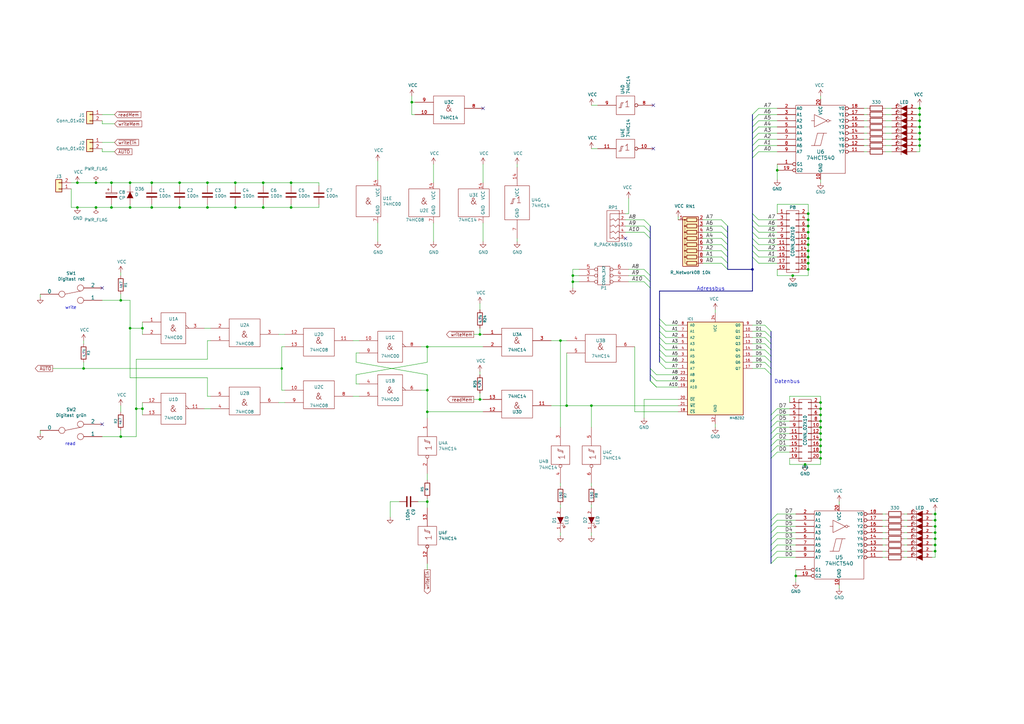
<source format=kicad_sch>
(kicad_sch (version 20230121) (generator eeschema)
  (paper "A3")
  (title_block (title "speichermodul") (date "13 sep 2016") (rev "2.0"))
  (junction (at 383.54 223.52))
  (junction (at 377.19 52.07))
  (junction (at 168.91 41.91))
  (junction (at 55.88 167.64))
  (junction (at 39.37 85.09))
  (junction (at 34.29 151.13))
  (junction (at 377.19 44.45))
  (junction (at 383.54 218.44))
  (junction (at 383.54 210.82))
  (junction (at 45.72 74.93))
  (junction (at 107.95 74.93))
  (junction (at 331.47 87.63))
  (junction (at 53.34 134.62))
  (junction (at 336.55 177.8))
  (junction (at 336.55 172.72))
  (junction (at 336.55 167.64))
  (junction (at 119.38 85.09))
  (junction (at 336.55 182.88))
  (junction (at 331.47 92.71))
  (junction (at 62.23 85.09))
  (junction (at 330.2 190.5))
  (junction (at 336.55 170.18))
  (junction (at 331.47 105.41))
  (junction (at 336.55 185.42))
  (junction (at 229.87 139.7))
  (junction (at 196.85 137.16))
  (junction (at 336.55 175.26))
  (junction (at 318.77 69.85))
  (junction (at 73.66 85.09))
  (junction (at 73.66 74.93))
  (junction (at 31.75 85.09))
  (junction (at 49.53 123.19))
  (junction (at 383.54 226.06))
  (junction (at 331.47 107.95))
  (junction (at 115.57 151.13))
  (junction (at 232.41 166.37))
  (junction (at 49.53 179.07))
  (junction (at 58.42 134.62))
  (junction (at 383.54 220.98))
  (junction (at 331.47 90.17))
  (junction (at 336.55 165.1))
  (junction (at 196.85 163.83))
  (junction (at 175.26 205.74))
  (junction (at 96.52 74.93))
  (junction (at 53.34 85.09))
  (junction (at 377.19 46.99))
  (junction (at 175.26 142.24))
  (junction (at 85.09 74.93))
  (junction (at 331.47 97.79))
  (junction (at 58.42 167.64))
  (junction (at 331.47 95.25))
  (junction (at 175.26 168.91))
  (junction (at 325.12 113.03))
  (junction (at 53.34 74.93))
  (junction (at 331.47 100.33))
  (junction (at 377.19 59.69))
  (junction (at 377.19 54.61))
  (junction (at 31.75 74.93))
  (junction (at 331.47 102.87))
  (junction (at 336.55 180.34))
  (junction (at 234.95 115.57))
  (junction (at 242.57 166.37))
  (junction (at 85.09 85.09))
  (junction (at 39.37 74.93))
  (junction (at 326.39 236.22))
  (junction (at 308.61 110.49))
  (junction (at 96.52 85.09))
  (junction (at 119.38 74.93))
  (junction (at 336.55 187.96))
  (junction (at 377.19 57.15))
  (junction (at 45.72 85.09))
  (junction (at 234.95 113.03))
  (junction (at 62.23 74.93))
  (junction (at 377.19 49.53))
  (junction (at 383.54 215.9))
  (junction (at 383.54 213.36))
  (junction (at 331.47 110.49))
  (junction (at 107.95 85.09))
  (junction (at 175.26 160.02))
  (no_connect (at 41.91 173.99))
  (no_connect (at 267.97 43.18))
  (no_connect (at 267.97 60.96))
  (no_connect (at 256.54 97.79))
  (no_connect (at 41.91 118.11))
  (no_connect (at 198.12 44.45))
  (bus_entry (at 308.61 90.17) (size 2.54 2.54))
  (bus_entry (at 318.77 226.06) (size -2.54 2.54))
  (bus_entry (at 295.91 102.87) (size 2.54 2.54))
  (bus_entry (at 270.51 143.51) (size 2.54 2.54))
  (bus_entry (at 318.77 210.82) (size -2.54 2.54))
  (bus_entry (at 270.51 138.43) (size 2.54 2.54))
  (bus_entry (at 308.61 95.25) (size 2.54 2.54))
  (bus_entry (at 318.77 185.42) (size -2.54 2.54))
  (bus_entry (at 313.69 143.51) (size 2.54 2.54))
  (bus_entry (at 270.51 140.97) (size 2.54 2.54))
  (bus_entry (at 313.69 133.35) (size 2.54 2.54))
  (bus_entry (at 313.69 148.59) (size 2.54 2.54))
  (bus_entry (at 270.51 133.35) (size 2.54 2.54))
  (bus_entry (at 313.69 146.05) (size 2.54 2.54))
  (bus_entry (at 270.51 146.05) (size 2.54 2.54))
  (bus_entry (at 266.7 151.13) (size 2.54 2.54))
  (bus_entry (at 295.91 92.71) (size 2.54 2.54))
  (bus_entry (at 313.69 138.43) (size 2.54 2.54))
  (bus_entry (at 318.77 215.9) (size -2.54 2.54))
  (bus_entry (at 313.69 140.97) (size 2.54 2.54))
  (bus_entry (at 295.91 100.33) (size 2.54 2.54))
  (bus_entry (at 270.51 135.89) (size 2.54 2.54))
  (bus_entry (at 266.7 156.21) (size 2.54 2.54))
  (bus_entry (at 264.16 95.25) (size 2.54 2.54))
  (bus_entry (at 318.77 177.8) (size -2.54 2.54))
  (bus_entry (at 318.77 172.72) (size -2.54 2.54))
  (bus_entry (at 311.15 54.61) (size -2.54 2.54))
  (bus_entry (at 308.61 92.71) (size 2.54 2.54))
  (bus_entry (at 318.77 170.18) (size -2.54 2.54))
  (bus_entry (at 311.15 57.15) (size -2.54 2.54))
  (bus_entry (at 308.61 102.87) (size 2.54 2.54))
  (bus_entry (at 270.51 130.81) (size 2.54 2.54))
  (bus_entry (at 318.77 213.36) (size -2.54 2.54))
  (bus_entry (at 311.15 62.23) (size -2.54 2.54))
  (bus_entry (at 264.16 113.03) (size 2.54 2.54))
  (bus_entry (at 295.91 105.41) (size 2.54 2.54))
  (bus_entry (at 308.61 97.79) (size 2.54 2.54))
  (bus_entry (at 318.77 220.98) (size -2.54 2.54))
  (bus_entry (at 295.91 95.25) (size 2.54 2.54))
  (bus_entry (at 318.77 182.88) (size -2.54 2.54))
  (bus_entry (at 318.77 180.34) (size -2.54 2.54))
  (bus_entry (at 318.77 228.6) (size -2.54 2.54))
  (bus_entry (at 313.69 151.13) (size 2.54 2.54))
  (bus_entry (at 311.15 59.69) (size -2.54 2.54))
  (bus_entry (at 318.77 218.44) (size -2.54 2.54))
  (bus_entry (at 311.15 44.45) (size -2.54 2.54))
  (bus_entry (at 311.15 46.99) (size -2.54 2.54))
  (bus_entry (at 308.61 100.33) (size 2.54 2.54))
  (bus_entry (at 308.61 87.63) (size 2.54 2.54))
  (bus_entry (at 266.7 156.21) (size 2.54 2.54))
  (bus_entry (at 264.16 92.71) (size 2.54 2.54))
  (bus_entry (at 264.16 90.17) (size 2.54 2.54))
  (bus_entry (at 318.77 167.64) (size -2.54 2.54))
  (bus_entry (at 264.16 110.49) (size 2.54 2.54))
  (bus_entry (at 311.15 52.07) (size -2.54 2.54))
  (bus_entry (at 313.69 135.89) (size 2.54 2.54))
  (bus_entry (at 266.7 153.67) (size 2.54 2.54))
  (bus_entry (at 295.91 90.17) (size 2.54 2.54))
  (bus_entry (at 318.77 175.26) (size -2.54 2.54))
  (bus_entry (at 295.91 107.95) (size 2.54 2.54))
  (bus_entry (at 295.91 97.79) (size 2.54 2.54))
  (bus_entry (at 270.51 148.59) (size 2.54 2.54))
  (bus_entry (at 308.61 105.41) (size 2.54 2.54))
  (bus_entry (at 311.15 49.53) (size -2.54 2.54))
  (bus_entry (at 264.16 115.57) (size 2.54 2.54))
  (bus_entry (at 318.77 223.52) (size -2.54 2.54))
  (wire (pts (xy 45.72 76.2) (xy 45.72 74.93)))
  (wire (pts (xy 115.57 142.24) (xy 115.57 151.13)))
  (wire (pts (xy 130.81 74.93) (xy 130.81 76.2)))
  (wire (pts (xy 146.05 144.78) (xy 147.32 144.78)))
  (wire (pts (xy 163.83 205.74) (xy 160.02 205.74)))
  (wire (pts (xy 41.91 50.8) (xy 41.91 49.53)))
  (wire (pts (xy 58.42 132.08) (xy 58.42 134.62)))
  (wire (pts (xy 308.61 133.35) (xy 313.69 133.35)))
  (wire (pts (xy 115.57 160.02) (xy 116.84 160.02)))
  (wire (pts (xy 116.84 142.24) (xy 115.57 142.24)))
  (wire (pts (xy 326.39 233.68) (xy 326.39 236.22)))
  (wire (pts (xy 242.57 218.44) (xy 242.57 219.71)))
  (bus (pts (xy 266.7 153.67) (xy 266.7 156.21)))
  (bus (pts (xy 298.45 92.71) (xy 298.45 95.25)))
  (wire (pts (xy 330.2 190.5) (xy 336.55 190.5)))
  (wire (pts (xy 264.16 92.71) (xy 256.54 92.71)))
  (wire (pts (xy 331.47 110.49) (xy 331.47 113.03)))
  (wire (pts (xy 318.77 44.45) (xy 311.15 44.45)))
  (bus (pts (xy 316.23 215.9) (xy 316.23 218.44)))
  (wire (pts (xy 264.16 95.25) (xy 256.54 95.25)))
  (wire (pts (xy 53.34 123.19) (xy 53.34 134.62)))
  (wire (pts (xy 107.95 83.82) (xy 107.95 85.09)))
  (wire (pts (xy 256.54 90.17) (xy 264.16 90.17)))
  (bus (pts (xy 316.23 180.34) (xy 316.23 182.88)))
  (wire (pts (xy 196.85 153.67) (xy 196.85 152.4)))
  (wire (pts (xy 175.26 205.74) (xy 171.45 205.74)))
  (wire (pts (xy 212.09 67.31) (xy 212.09 68.58)))
  (wire (pts (xy 62.23 74.93) (xy 73.66 74.93)))
  (wire (pts (xy 295.91 95.25) (xy 288.29 95.25)))
  (wire (pts (xy 107.95 85.09) (xy 119.38 85.09)))
  (wire (pts (xy 331.47 92.71) (xy 331.47 95.25)))
  (wire (pts (xy 130.81 83.82) (xy 130.81 85.09)))
  (wire (pts (xy 336.55 187.96) (xy 336.55 190.5)))
  (wire (pts (xy 383.54 223.52) (xy 383.54 226.06)))
  (wire (pts (xy 326.39 210.82) (xy 318.77 210.82)))
  (wire (pts (xy 55.88 179.07) (xy 55.88 167.64)))
  (wire (pts (xy 86.36 162.56) (xy 85.09 162.56)))
  (wire (pts (xy 45.72 74.93) (xy 39.37 74.93)))
  (wire (pts (xy 273.05 151.13) (xy 278.13 151.13)))
  (wire (pts (xy 311.15 52.07) (xy 318.77 52.07)))
  (bus (pts (xy 316.23 223.52) (xy 316.23 226.06)))
  (wire (pts (xy 331.47 87.63) (xy 331.47 90.17)))
  (wire (pts (xy 377.19 57.15) (xy 375.92 57.15)))
  (wire (pts (xy 144.78 139.7) (xy 147.32 139.7)))
  (wire (pts (xy 363.22 210.82) (xy 361.95 210.82)))
  (bus (pts (xy 270.51 130.81) (xy 270.51 133.35)))
  (bus (pts (xy 308.61 102.87) (xy 308.61 105.41)))
  (wire (pts (xy 377.19 44.45) (xy 377.19 43.18)))
  (wire (pts (xy 175.26 205.74) (xy 175.26 208.28)))
  (wire (pts (xy 365.76 46.99) (xy 363.22 46.99)))
  (wire (pts (xy 58.42 134.62) (xy 58.42 137.16)))
  (wire (pts (xy 295.91 105.41) (xy 288.29 105.41)))
  (wire (pts (xy 29.21 77.47) (xy 29.21 85.09)))
  (wire (pts (xy 198.12 137.16) (xy 196.85 137.16)))
  (bus (pts (xy 308.61 100.33) (xy 308.61 102.87)))
  (bus (pts (xy 270.51 119.38) (xy 270.51 130.81)))
  (wire (pts (xy 323.85 167.64) (xy 318.77 167.64)))
  (wire (pts (xy 107.95 74.93) (xy 96.52 74.93)))
  (wire (pts (xy 336.55 170.18) (xy 336.55 172.72)))
  (wire (pts (xy 365.76 49.53) (xy 363.22 49.53)))
  (wire (pts (xy 318.77 49.53) (xy 311.15 49.53)))
  (bus (pts (xy 308.61 90.17) (xy 308.61 92.71)))
  (wire (pts (xy 86.36 167.64) (xy 83.82 167.64)))
  (wire (pts (xy 58.42 134.62) (xy 53.34 134.62)))
  (wire (pts (xy 96.52 83.82) (xy 96.52 85.09)))
  (wire (pts (xy 288.29 97.79) (xy 295.91 97.79)))
  (wire (pts (xy 273.05 138.43) (xy 278.13 138.43)))
  (wire (pts (xy 160.02 205.74) (xy 160.02 212.09)))
  (wire (pts (xy 355.6 59.69) (xy 354.33 59.69)))
  (wire (pts (xy 336.55 74.93) (xy 336.55 73.66)))
  (wire (pts (xy 363.22 213.36) (xy 361.95 213.36)))
  (wire (pts (xy 53.34 85.09) (xy 62.23 85.09)))
  (wire (pts (xy 383.54 218.44) (xy 383.54 220.98)))
  (bus (pts (xy 316.23 148.59) (xy 316.23 151.13)))
  (wire (pts (xy 355.6 54.61) (xy 354.33 54.61)))
  (wire (pts (xy 318.77 170.18) (xy 323.85 170.18)))
  (wire (pts (xy 365.76 62.23) (xy 363.22 62.23)))
  (wire (pts (xy 273.05 143.51) (xy 278.13 143.51)))
  (wire (pts (xy 278.13 146.05) (xy 273.05 146.05)))
  (bus (pts (xy 308.61 59.69) (xy 308.61 62.23)))
  (bus (pts (xy 316.23 185.42) (xy 316.23 187.96)))
  (wire (pts (xy 344.17 207.01) (xy 344.17 205.74)))
  (wire (pts (xy 264.16 115.57) (xy 257.81 115.57)))
  (wire (pts (xy 318.77 67.31) (xy 318.77 69.85)))
  (wire (pts (xy 377.19 54.61) (xy 377.19 57.15)))
  (wire (pts (xy 383.54 213.36) (xy 382.27 213.36)))
  (bus (pts (xy 316.23 228.6) (xy 316.23 231.14)))
  (wire (pts (xy 318.77 102.87) (xy 311.15 102.87)))
  (wire (pts (xy 355.6 46.99) (xy 354.33 46.99)))
  (wire (pts (xy 264.16 113.03) (xy 257.81 113.03)))
  (wire (pts (xy 107.95 74.93) (xy 107.95 76.2)))
  (wire (pts (xy 318.77 83.82) (xy 331.47 83.82)))
  (wire (pts (xy 336.55 180.34) (xy 336.55 182.88)))
  (wire (pts (xy 49.53 168.91) (xy 49.53 166.37)))
  (wire (pts (xy 278.13 135.89) (xy 273.05 135.89)))
  (wire (pts (xy 58.42 167.64) (xy 58.42 170.18)))
  (wire (pts (xy 177.8 67.31) (xy 177.8 74.93)))
  (wire (pts (xy 311.15 57.15) (xy 318.77 57.15)))
  (wire (pts (xy 325.12 113.03) (xy 331.47 113.03)))
  (wire (pts (xy 242.57 166.37) (xy 242.57 175.26)))
  (wire (pts (xy 336.55 182.88) (xy 336.55 185.42)))
  (wire (pts (xy 336.55 162.56) (xy 336.55 165.1)))
  (wire (pts (xy 168.91 46.99) (xy 170.18 46.99)))
  (wire (pts (xy 383.54 215.9) (xy 383.54 218.44)))
  (wire (pts (xy 293.37 128.27) (xy 293.37 127)))
  (wire (pts (xy 85.09 154.94) (xy 53.34 154.94)))
  (wire (pts (xy 85.09 83.82) (xy 85.09 85.09)))
  (wire (pts (xy 326.39 236.22) (xy 326.39 238.76)))
  (wire (pts (xy 62.23 85.09) (xy 62.23 83.82)))
  (wire (pts (xy 41.91 62.23) (xy 41.91 60.96)))
  (wire (pts (xy 229.87 208.28) (xy 229.87 207.01)))
  (wire (pts (xy 269.24 158.75) (xy 278.13 158.75)))
  (wire (pts (xy 355.6 62.23) (xy 354.33 62.23)))
  (wire (pts (xy 318.77 59.69) (xy 311.15 59.69)))
  (wire (pts (xy 242.57 166.37) (xy 278.13 166.37)))
  (wire (pts (xy 39.37 85.09) (xy 45.72 85.09)))
  (wire (pts (xy 336.55 175.26) (xy 336.55 177.8)))
  (wire (pts (xy 318.77 226.06) (xy 326.39 226.06)))
  (bus (pts (xy 270.51 119.38) (xy 308.61 119.38)))
  (bus (pts (xy 316.23 170.18) (xy 316.23 172.72)))
  (wire (pts (xy 256.54 87.63) (xy 257.81 87.63)))
  (wire (pts (xy 355.6 52.07) (xy 354.33 52.07)))
  (wire (pts (xy 336.55 185.42) (xy 336.55 187.96)))
  (bus (pts (xy 308.61 110.49) (xy 308.61 119.38)))
  (wire (pts (xy 318.77 105.41) (xy 311.15 105.41)))
  (wire (pts (xy 264.16 171.45) (xy 264.16 163.83)))
  (wire (pts (xy 311.15 62.23) (xy 318.77 62.23)))
  (wire (pts (xy 31.75 85.09) (xy 39.37 85.09)))
  (bus (pts (xy 266.7 115.57) (xy 266.7 118.11)))
  (wire (pts (xy 39.37 74.93) (xy 31.75 74.93)))
  (wire (pts (xy 308.61 138.43) (xy 313.69 138.43)))
  (wire (pts (xy 264.16 163.83) (xy 278.13 163.83)))
  (bus (pts (xy 266.7 92.71) (xy 266.7 95.25)))
  (wire (pts (xy 318.77 69.85) (xy 318.77 73.66)))
  (bus (pts (xy 298.45 102.87) (xy 298.45 105.41)))
  (wire (pts (xy 237.49 115.57) (xy 234.95 115.57)))
  (bus (pts (xy 298.45 97.79) (xy 298.45 100.33)))
  (bus (pts (xy 308.61 49.53) (xy 308.61 52.07)))
  (wire (pts (xy 96.52 85.09) (xy 107.95 85.09)))
  (wire (pts (xy 96.52 74.93) (xy 85.09 74.93)))
  (wire (pts (xy 85.09 139.7) (xy 85.09 147.32)))
  (wire (pts (xy 115.57 151.13) (xy 34.29 151.13)))
  (wire (pts (xy 336.55 172.72) (xy 336.55 175.26)))
  (wire (pts (xy 323.85 162.56) (xy 323.85 165.1)))
  (wire (pts (xy 119.38 85.09) (xy 130.81 85.09)))
  (wire (pts (xy 273.05 133.35) (xy 278.13 133.35)))
  (wire (pts (xy 46.99 46.99) (xy 41.91 46.99)))
  (wire (pts (xy 383.54 218.44) (xy 382.27 218.44)))
  (wire (pts (xy 175.26 194.31) (xy 175.26 196.85)))
  (wire (pts (xy 196.85 124.46) (xy 196.85 127)))
  (wire (pts (xy 331.47 100.33) (xy 331.47 102.87)))
  (wire (pts (xy 382.27 228.6) (xy 383.54 228.6)))
  (wire (pts (xy 336.55 177.8) (xy 336.55 180.34)))
  (wire (pts (xy 86.36 139.7) (xy 85.09 139.7)))
  (wire (pts (xy 147.32 157.48) (xy 146.05 157.48)))
  (wire (pts (xy 198.12 91.44) (xy 198.12 99.06)))
  (wire (pts (xy 16.51 120.65) (xy 16.51 121.92)))
  (bus (pts (xy 270.51 138.43) (xy 270.51 140.97)))
  (wire (pts (xy 242.57 198.12) (xy 242.57 199.39)))
  (wire (pts (xy 311.15 100.33) (xy 318.77 100.33)))
  (wire (pts (xy 323.85 190.5) (xy 323.85 187.96)))
  (wire (pts (xy 269.24 153.67) (xy 278.13 153.67)))
  (wire (pts (xy 85.09 74.93) (xy 85.09 76.2)))
  (wire (pts (xy 355.6 57.15) (xy 354.33 57.15)))
  (wire (pts (xy 86.36 134.62) (xy 83.82 134.62)))
  (wire (pts (xy 331.47 95.25) (xy 331.47 97.79)))
  (wire (pts (xy 323.85 172.72) (xy 318.77 172.72)))
  (wire (pts (xy 336.55 162.56) (xy 323.85 162.56)))
  (wire (pts (xy 363.22 220.98) (xy 361.95 220.98)))
  (wire (pts (xy 383.54 220.98) (xy 382.27 220.98)))
  (wire (pts (xy 55.88 167.64) (xy 58.42 167.64)))
  (wire (pts (xy 175.26 160.02) (xy 175.26 168.91)))
  (wire (pts (xy 318.77 218.44) (xy 326.39 218.44)))
  (bus (pts (xy 270.51 140.97) (xy 270.51 143.51)))
  (wire (pts (xy 212.09 99.06) (xy 212.09 97.79)))
  (bus (pts (xy 308.61 87.63) (xy 308.61 90.17)))
  (wire (pts (xy 229.87 219.71) (xy 229.87 218.44)))
  (wire (pts (xy 365.76 54.61) (xy 363.22 54.61)))
  (wire (pts (xy 234.95 110.49) (xy 237.49 110.49)))
  (wire (pts (xy 377.19 52.07) (xy 377.19 54.61)))
  (bus (pts (xy 308.61 97.79) (xy 308.61 100.33)))
  (wire (pts (xy 318.77 213.36) (xy 326.39 213.36)))
  (wire (pts (xy 53.34 134.62) (xy 53.34 154.94)))
  (wire (pts (xy 383.54 226.06) (xy 382.27 226.06)))
  (wire (pts (xy 232.41 166.37) (xy 242.57 166.37)))
  (wire (pts (xy 46.99 50.8) (xy 41.91 50.8)))
  (bus (pts (xy 316.23 140.97) (xy 316.23 143.51)))
  (wire (pts (xy 154.94 99.06) (xy 154.94 91.44)))
  (wire (pts (xy 382.27 210.82) (xy 383.54 210.82)))
  (wire (pts (xy 146.05 157.48) (xy 146.05 153.67)))
  (wire (pts (xy 49.53 120.65) (xy 49.53 123.19)))
  (wire (pts (xy 278.13 156.21) (xy 269.24 156.21)))
  (wire (pts (xy 326.39 223.52) (xy 318.77 223.52)))
  (wire (pts (xy 318.77 185.42) (xy 323.85 185.42)))
  (wire (pts (xy 196.85 163.83) (xy 196.85 161.29)))
  (wire (pts (xy 175.26 153.67) (xy 146.05 148.59)))
  (wire (pts (xy 62.23 74.93) (xy 53.34 74.93)))
  (bus (pts (xy 266.7 97.79) (xy 266.7 113.03)))
  (bus (pts (xy 316.23 143.51) (xy 316.23 146.05)))
  (wire (pts (xy 372.11 223.52) (xy 370.84 223.52)))
  (wire (pts (xy 273.05 148.59) (xy 278.13 148.59)))
  (wire (pts (xy 175.26 231.14) (xy 175.26 233.68)))
  (wire (pts (xy 257.81 87.63) (xy 257.81 81.28)))
  (wire (pts (xy 326.39 220.98) (xy 318.77 220.98)))
  (bus (pts (xy 316.23 218.44) (xy 316.23 220.98)))
  (bus (pts (xy 316.23 146.05) (xy 316.23 148.59)))
  (wire (pts (xy 62.23 85.09) (xy 73.66 85.09)))
  (bus (pts (xy 270.51 133.35) (xy 270.51 135.89)))
  (bus (pts (xy 316.23 172.72) (xy 316.23 175.26)))
  (wire (pts (xy 229.87 139.7) (xy 229.87 175.26)))
  (wire (pts (xy 323.85 177.8) (xy 318.77 177.8)))
  (wire (pts (xy 318.77 113.03) (xy 325.12 113.03)))
  (wire (pts (xy 168.91 39.37) (xy 168.91 41.91)))
  (wire (pts (xy 31.75 74.93) (xy 29.21 74.93)))
  (wire (pts (xy 55.88 147.32) (xy 55.88 167.64)))
  (bus (pts (xy 308.61 92.71) (xy 308.61 95.25)))
  (wire (pts (xy 377.19 46.99) (xy 377.19 49.53)))
  (bus (pts (xy 308.61 54.61) (xy 308.61 57.15)))
  (bus (pts (xy 316.23 220.98) (xy 316.23 223.52)))
  (wire (pts (xy 154.94 73.66) (xy 154.94 66.04)))
  (bus (pts (xy 316.23 213.36) (xy 316.23 215.9)))
  (wire (pts (xy 119.38 74.93) (xy 107.95 74.93)))
  (wire (pts (xy 242.57 208.28) (xy 242.57 207.01)))
  (wire (pts (xy 331.47 107.95) (xy 331.47 110.49)))
  (wire (pts (xy 375.92 54.61) (xy 377.19 54.61)))
  (wire (pts (xy 383.54 220.98) (xy 383.54 223.52)))
  (bus (pts (xy 316.23 187.96) (xy 316.23 213.36)))
  (wire (pts (xy 326.39 215.9) (xy 318.77 215.9)))
  (wire (pts (xy 85.09 85.09) (xy 96.52 85.09)))
  (wire (pts (xy 172.72 160.02) (xy 175.26 160.02)))
  (wire (pts (xy 175.26 153.67) (xy 175.26 160.02)))
  (wire (pts (xy 34.29 151.13) (xy 21.59 151.13)))
  (bus (pts (xy 298.45 107.95) (xy 298.45 110.49)))
  (wire (pts (xy 229.87 139.7) (xy 232.41 139.7)))
  (wire (pts (xy 73.66 85.09) (xy 85.09 85.09)))
  (wire (pts (xy 234.95 115.57) (xy 234.95 118.11)))
  (wire (pts (xy 318.77 54.61) (xy 311.15 54.61)))
  (bus (pts (xy 308.61 52.07) (xy 308.61 54.61)))
  (wire (pts (xy 377.19 57.15) (xy 377.19 59.69)))
  (wire (pts (xy 49.53 123.19) (xy 41.91 123.19)))
  (bus (pts (xy 298.45 105.41) (xy 298.45 107.95)))
  (wire (pts (xy 336.55 165.1) (xy 336.55 167.64)))
  (wire (pts (xy 363.22 218.44) (xy 361.95 218.44)))
  (wire (pts (xy 245.11 43.18) (xy 242.57 43.18)))
  (wire (pts (xy 278.13 90.17) (xy 278.13 88.9)))
  (wire (pts (xy 175.26 148.59) (xy 146.05 153.67)))
  (wire (pts (xy 130.81 74.93) (xy 119.38 74.93)))
  (wire (pts (xy 53.34 74.93) (xy 45.72 74.93)))
  (wire (pts (xy 365.76 44.45) (xy 363.22 44.45)))
  (wire (pts (xy 377.19 44.45) (xy 377.19 46.99)))
  (wire (pts (xy 49.53 179.07) (xy 55.88 179.07)))
  (wire (pts (xy 196.85 137.16) (xy 194.31 137.16)))
  (wire (pts (xy 311.15 95.25) (xy 318.77 95.25)))
  (bus (pts (xy 316.23 135.89) (xy 316.23 138.43)))
  (wire (pts (xy 168.91 41.91) (xy 168.91 46.99)))
  (wire (pts (xy 377.19 46.99) (xy 375.92 46.99)))
  (bus (pts (xy 308.61 57.15) (xy 308.61 59.69)))
  (wire (pts (xy 363.22 223.52) (xy 361.95 223.52)))
  (wire (pts (xy 377.19 62.23) (xy 375.92 62.23)))
  (bus (pts (xy 298.45 95.25) (xy 298.45 97.79)))
  (wire (pts (xy 336.55 40.64) (xy 336.55 39.37)))
  (bus (pts (xy 316.23 138.43) (xy 316.23 140.97)))
  (wire (pts (xy 45.72 83.82) (xy 45.72 85.09)))
  (wire (pts (xy 62.23 76.2) (xy 62.23 74.93)))
  (wire (pts (xy 53.34 83.82) (xy 53.34 85.09)))
  (wire (pts (xy 58.42 165.1) (xy 58.42 167.64)))
  (wire (pts (xy 226.06 166.37) (xy 232.41 166.37)))
  (wire (pts (xy 196.85 137.16) (xy 196.85 134.62)))
  (wire (pts (xy 318.77 175.26) (xy 323.85 175.26)))
  (bus (pts (xy 308.61 95.25) (xy 308.61 97.79)))
  (wire (pts (xy 116.84 165.1) (xy 114.3 165.1)))
  (wire (pts (xy 372.11 218.44) (xy 370.84 218.44)))
  (bus (pts (xy 298.45 100.33) (xy 298.45 102.87)))
  (wire (pts (xy 344.17 241.3) (xy 344.17 240.03)))
  (wire (pts (xy 311.15 107.95) (xy 318.77 107.95)))
  (wire (pts (xy 372.11 210.82) (xy 370.84 210.82)))
  (wire (pts (xy 295.91 100.33) (xy 288.29 100.33)))
  (wire (pts (xy 175.26 168.91) (xy 198.12 168.91)))
  (bus (pts (xy 308.61 46.99) (xy 308.61 49.53)))
  (wire (pts (xy 313.69 146.05) (xy 308.61 146.05)))
  (wire (pts (xy 311.15 92.71) (xy 318.77 92.71)))
  (bus (pts (xy 270.51 143.51) (xy 270.51 146.05)))
  (wire (pts (xy 49.53 123.19) (xy 53.34 123.19)))
  (wire (pts (xy 331.47 90.17) (xy 331.47 92.71)))
  (wire (pts (xy 229.87 198.12) (xy 229.87 199.39)))
  (wire (pts (xy 372.11 213.36) (xy 370.84 213.36)))
  (wire (pts (xy 336.55 167.64) (xy 336.55 170.18)))
  (wire (pts (xy 318.77 180.34) (xy 323.85 180.34)))
  (wire (pts (xy 383.54 215.9) (xy 382.27 215.9)))
  (wire (pts (xy 170.18 41.91) (xy 168.91 41.91)))
  (wire (pts (xy 355.6 44.45) (xy 354.33 44.45)))
  (wire (pts (xy 53.34 76.2) (xy 53.34 74.93)))
  (wire (pts (xy 119.38 76.2) (xy 119.38 74.93)))
  (bus (pts (xy 270.51 135.89) (xy 270.51 138.43)))
  (wire (pts (xy 85.09 74.93) (xy 73.66 74.93)))
  (wire (pts (xy 175.26 204.47) (xy 175.26 205.74)))
  (wire (pts (xy 313.69 135.89) (xy 308.61 135.89)))
  (bus (pts (xy 266.7 113.03) (xy 266.7 115.57)))
  (bus (pts (xy 316.23 177.8) (xy 316.23 180.34)))
  (wire (pts (xy 288.29 107.95) (xy 295.91 107.95)))
  (wire (pts (xy 375.92 59.69) (xy 377.19 59.69)))
  (wire (pts (xy 73.66 85.09) (xy 73.66 83.82)))
  (bus (pts (xy 266.7 118.11) (xy 266.7 151.13)))
  (bus (pts (xy 316.23 153.67) (xy 316.23 170.18)))
  (wire (pts (xy 375.92 49.53) (xy 377.19 49.53)))
  (wire (pts (xy 363.22 215.9) (xy 361.95 215.9)))
  (wire (pts (xy 172.72 142.24) (xy 175.26 142.24)))
  (wire (pts (xy 331.47 83.82) (xy 331.47 87.63)))
  (wire (pts (xy 313.69 151.13) (xy 308.61 151.13)))
  (wire (pts (xy 363.22 226.06) (xy 361.95 226.06)))
  (wire (pts (xy 293.37 173.99) (xy 293.37 175.26)))
  (wire (pts (xy 372.11 226.06) (xy 370.84 226.06)))
  (wire (pts (xy 242.57 60.96) (xy 245.11 60.96)))
  (wire (pts (xy 116.84 137.16) (xy 114.3 137.16)))
  (bus (pts (xy 266.7 151.13) (xy 266.7 153.67)))
  (bus (pts (xy 266.7 95.25) (xy 266.7 97.79)))
  (wire (pts (xy 46.99 62.23) (xy 41.91 62.23)))
  (wire (pts (xy 49.53 111.76) (xy 49.53 113.03)))
  (wire (pts (xy 260.35 142.24) (xy 260.35 168.91)))
  (wire (pts (xy 198.12 163.83) (xy 196.85 163.83)))
  (wire (pts (xy 278.13 140.97) (xy 273.05 140.97)))
  (wire (pts (xy 326.39 228.6) (xy 318.77 228.6)))
  (wire (pts (xy 226.06 139.7) (xy 229.87 139.7)))
  (wire (pts (xy 73.66 74.93) (xy 73.66 76.2)))
  (bus (pts (xy 270.51 146.05) (xy 270.51 148.59)))
  (wire (pts (xy 119.38 83.82) (xy 119.38 85.09)))
  (wire (pts (xy 34.29 139.7) (xy 34.29 140.97)))
  (wire (pts (xy 198.12 67.31) (xy 198.12 74.93)))
  (wire (pts (xy 46.99 58.42) (xy 41.91 58.42)))
  (bus (pts (xy 316.23 182.88) (xy 316.23 185.42)))
  (wire (pts (xy 383.54 210.82) (xy 383.54 213.36)))
  (wire (pts (xy 308.61 148.59) (xy 313.69 148.59)))
  (wire (pts (xy 331.47 97.79) (xy 331.47 100.33)))
  (wire (pts (xy 372.11 228.6) (xy 370.84 228.6)))
  (bus (pts (xy 316.23 151.13) (xy 316.23 153.67)))
  (wire (pts (xy 331.47 105.41) (xy 331.47 107.95)))
  (bus (pts (xy 308.61 105.41) (xy 308.61 110.49)))
  (wire (pts (xy 372.11 215.9) (xy 370.84 215.9)))
  (wire (pts (xy 237.49 113.03) (xy 234.95 113.03)))
  (wire (pts (xy 49.53 179.07) (xy 49.53 176.53)))
  (wire (pts (xy 318.77 87.63) (xy 318.77 83.82)))
  (wire (pts (xy 260.35 168.91) (xy 278.13 168.91)))
  (wire (pts (xy 375.92 44.45) (xy 377.19 44.45)))
  (wire (pts (xy 146.05 148.59) (xy 146.05 144.78)))
  (wire (pts (xy 331.47 102.87) (xy 331.47 105.41)))
  (wire (pts (xy 382.27 223.52) (xy 383.54 223.52)))
  (wire (pts (xy 318.77 90.17) (xy 311.15 90.17)))
  (wire (pts (xy 355.6 49.53) (xy 354.33 49.53)))
  (bus (pts (xy 308.61 64.77) (xy 308.61 87.63)))
  (wire (pts (xy 264.16 110.49) (xy 257.81 110.49)))
  (wire (pts (xy 288.29 102.87) (xy 295.91 102.87)))
  (wire (pts (xy 16.51 177.8) (xy 16.51 176.53)))
  (wire (pts (xy 365.76 59.69) (xy 363.22 59.69)))
  (wire (pts (xy 85.09 147.32) (xy 55.88 147.32)))
  (wire (pts (xy 29.21 85.09) (xy 31.75 85.09)))
  (wire (pts (xy 383.54 226.06) (xy 383.54 228.6)))
  (wire (pts (xy 318.77 97.79) (xy 311.15 97.79)))
  (wire (pts (xy 311.15 46.99) (xy 318.77 46.99)))
  (wire (pts (xy 147.32 162.56) (xy 144.78 162.56)))
  (wire (pts (xy 383.54 209.55) (xy 383.54 210.82)))
  (wire (pts (xy 365.76 57.15) (xy 363.22 57.15)))
  (wire (pts (xy 377.19 59.69) (xy 377.19 62.23)))
  (wire (pts (xy 96.52 74.93) (xy 96.52 76.2)))
  (wire (pts (xy 363.22 228.6) (xy 361.95 228.6)))
  (wire (pts (xy 365.76 52.07) (xy 363.22 52.07)))
  (wire (pts (xy 175.26 168.91) (xy 175.26 171.45)))
  (wire (pts (xy 115.57 151.13) (xy 115.57 160.02)))
  (wire (pts (xy 313.69 140.97) (xy 308.61 140.97)))
  (wire (pts (xy 377.19 52.07) (xy 375.92 52.07)))
  (bus (pts (xy 316.23 175.26) (xy 316.23 177.8)))
  (wire (pts (xy 377.19 49.53) (xy 377.19 52.07)))
  (wire (pts (xy 323.85 182.88) (xy 318.77 182.88)))
  (bus (pts (xy 316.23 226.06) (xy 316.23 228.6)))
  (wire (pts (xy 308.61 143.51) (xy 313.69 143.51)))
  (wire (pts (xy 232.41 166.37) (xy 232.41 144.78)))
  (wire (pts (xy 234.95 110.49) (xy 234.95 113.03)))
  (wire (pts (xy 34.29 148.59) (xy 34.29 151.13)))
  (wire (pts (xy 234.95 113.03) (xy 234.95 115.57)))
  (wire (pts (xy 295.91 90.17) (xy 288.29 90.17)))
  (wire (pts (xy 196.85 163.83) (xy 194.31 163.83)))
  (wire (pts (xy 323.85 190.5) (xy 330.2 190.5)))
  (wire (pts (xy 288.29 92.71) (xy 295.91 92.71)))
  (wire (pts (xy 45.72 85.09) (xy 53.34 85.09)))
  (wire (pts (xy 318.77 113.03) (xy 318.77 110.49)))
  (wire (pts (xy 41.91 179.07) (xy 49.53 179.07)))
  (wire (pts (xy 85.09 162.56) (xy 85.09 154.94)))
  (wire (pts (xy 383.54 213.36) (xy 383.54 215.9)))
  (wire (pts (xy 175.26 142.24) (xy 198.12 142.24)))
  (wire (pts (xy 177.8 99.06) (xy 177.8 91.44)))
  (bus (pts (xy 308.61 62.23) (xy 308.61 64.77)))
  (wire (pts (xy 372.11 220.98) (xy 370.84 220.98)))
  (wire (pts (xy 175.26 142.24) (xy 175.26 148.59)))
  (bus (pts (xy 298.45 110.49) (xy 308.61 110.49)))
  (text "Adressbus" (at 285.75 119.38 0) (effects (font (size 1.524 1.524)) (justify left bottom)))
  (text "Datenbus" (at 317.5 157.48 0) (effects (font (size 1.524 1.524)) (justify left bottom)))
  (text "read" (at 26.67 182.88 0) (effects (font (size 1.27 1.27)) (justify left bottom)))
  (text "write" (at 26.67 127 0) (effects (font (size 1.27 1.27)) (justify left bottom)))
  (label "A3" (at 316.23 54.61 180) (effects (font (size 1.524 1.524) italic)))
  (label "A10" (at 274.32 158.75 0))
  (label "A7" (at 275.59 151.13 0))
  (label "D5" (at 322.58 172.72 180) (effects (font (size 1.524 1.524))))
  (label "D5" (at 325.12 215.9 180) (effects (font (size 1.524 1.524))))
  (label "A9" (at 275.59 156.21 0))
  (label "A6" (at 316.23 46.99 180) (effects (font (size 1.524 1.524) italic)))
  (label "A1" (at 314.96 105.41 0) (effects (font (size 1.524 1.524) italic)))
  (label "A1" (at 275.59 135.89 0))
  (label "D4" (at 309.88 143.51 0))
  (label "D7" (at 309.88 151.13 0))
  (label "A7" (at 316.23 44.45 180) (effects (font (size 1.524 1.524) italic)))
  (label "D2" (at 325.12 223.52 180) (effects (font (size 1.524 1.524))))
  (label "A7" (at 289.56 90.17 0) (effects (font (size 1.524 1.524))))
  (label "D7" (at 322.58 167.64 180) (effects (font (size 1.524 1.524))))
  (label "A7" (at 314.96 90.17 0) (effects (font (size 1.524 1.524) italic)))
  (label "A0" (at 314.96 107.95 0) (effects (font (size 1.524 1.524) italic)))
  (label "A6" (at 314.96 92.71 0) (effects (font (size 1.524 1.524) italic)))
  (label "D6" (at 325.12 213.36 180) (effects (font (size 1.524 1.524))))
  (label "A10" (at 259.08 115.57 0) (effects (font (size 1.524 1.524) italic)))
  (label "A3" (at 289.56 100.33 0) (effects (font (size 1.524 1.524))))
  (label "A1" (at 289.56 105.41 0) (effects (font (size 1.524 1.524))))
  (label "A2" (at 275.59 138.43 0))
  (label "A4" (at 316.23 52.07 180) (effects (font (size 1.524 1.524) italic)))
  (label "A0" (at 275.59 133.35 0))
  (label "D4" (at 325.12 218.44 180) (effects (font (size 1.524 1.524))))
  (label "D1" (at 322.58 182.88 180) (effects (font (size 1.524 1.524))))
  (label "D7" (at 325.12 210.82 180) (effects (font (size 1.524 1.524))))
  (label "D2" (at 309.88 138.43 0))
  (label "D0" (at 325.12 228.6 180) (effects (font (size 1.524 1.524))))
  (label "D6" (at 322.58 170.18 180) (effects (font (size 1.524 1.524))))
  (label "A5" (at 314.96 95.25 0) (effects (font (size 1.524 1.524) italic)))
  (label "A4" (at 314.96 97.79 0) (effects (font (size 1.524 1.524) italic)))
  (label "A2" (at 289.56 102.87 0) (effects (font (size 1.524 1.524))))
  (label "A2" (at 314.96 102.87 0) (effects (font (size 1.524 1.524) italic)))
  (label "A8" (at 257.81 90.17 0) (effects (font (size 1.524 1.524) italic)))
  (label "A8" (at 275.59 153.67 0))
  (label "A5" (at 316.23 49.53 180) (effects (font (size 1.524 1.524) italic)))
  (label "D3" (at 309.88 140.97 0))
  (label "D6" (at 309.88 148.59 0))
  (label "A9" (at 257.81 92.71 0) (effects (font (size 1.524 1.524) italic)))
  (label "D3" (at 325.12 220.98 180) (effects (font (size 1.524 1.524))))
  (label "D2" (at 322.58 180.34 180) (effects (font (size 1.524 1.524))))
  (label "D3" (at 322.58 177.8 180) (effects (font (size 1.524 1.524))))
  (label "A6" (at 289.56 92.71 0) (effects (font (size 1.524 1.524))))
  (label "A8" (at 259.08 110.49 0) (effects (font (size 1.524 1.524) italic)))
  (label "A3" (at 314.96 100.33 0) (effects (font (size 1.524 1.524) italic)))
  (label "A0" (at 289.56 107.95 0) (effects (font (size 1.524 1.524))))
  (label "A4" (at 275.59 143.51 0))
  (label "A3" (at 275.59 140.97 0))
  (label "D4" (at 322.58 175.26 180) (effects (font (size 1.524 1.524))))
  (label "A1" (at 316.23 59.69 180) (effects (font (size 1.524 1.524) italic)))
  (label "A4" (at 289.56 97.79 0) (effects (font (size 1.524 1.524))))
  (label "A10" (at 257.81 95.25 0) (effects (font (size 1.524 1.524) italic)))
  (label "A2" (at 316.23 57.15 180) (effects (font (size 1.524 1.524) italic)))
  (label "D1" (at 309.88 135.89 0))
  (label "D5" (at 309.88 146.05 0))
  (label "D1" (at 325.12 226.06 180) (effects (font (size 1.524 1.524))))
  (label "A6" (at 275.59 148.59 0))
  (label "A0" (at 316.23 62.23 180) (effects (font (size 1.524 1.524) italic)))
  (label "A5" (at 275.59 146.05 0))
  (label "D0" (at 309.88 133.35 0))
  (label "A9" (at 259.08 113.03 0) (effects (font (size 1.524 1.524) italic)))
  (label "D0" (at 322.58 185.42 180) (effects (font (size 1.524 1.524))))
  (label "A5" (at 289.56 95.25 0) (effects (font (size 1.524 1.524))))
  (global_label "~{writeEin}" (shape input) (at 46.99 58.42 0) (property "Intersheetrefs" "${INTERSHEET_REFS}" (effects hide)))
  (global_label "~{writeMem}" (shape input) (at 46.99 50.8 0) (property "Intersheetrefs" "${INTERSHEET_REFS}" (effects hide)))
  (global_label "~{AUTO}" (shape input) (at 46.99 62.23 0) (property "Intersheetrefs" "${INTERSHEET_REFS}" (effects hide)))
  (global_label "~{writeMem}" (shape output) (at 194.31 137.16 180) (property "Intersheetrefs" "${INTERSHEET_REFS}" (effects hide)))
  (global_label "~{readMem}" (shape output) (at 194.31 163.83 180) (property "Intersheetrefs" "${INTERSHEET_REFS}" (effects hide)))
  (global_label "~{readMem}" (shape input) (at 46.99 46.99 0) (property "Intersheetrefs" "${INTERSHEET_REFS}" (effects hide)))
  (global_label "~{AUTO}" (shape output) (at 21.59 151.13 180) (property "Intersheetrefs" "${INTERSHEET_REFS}" (effects hide)))
  (global_label "~{writeEin}" (shape output) (at 175.26 233.68 270) (property "Intersheetrefs" "${INTERSHEET_REFS}" (effects hide)))
  (symbol (lib_id "speichermodul-rescue:R-allBonsaiSymbolLibs") (at 49.53 116.84 0) (unit 1)
    (property "Reference" "R1" (at 51.562 116.84 90) (effects (font (size 1.016 1.016))))
    (property "Value" "4k7" (at 49.7078 116.8146 90) (effects (font (size 1.016 1.016))))
    (property "Footprint" "Resistor_THT:R_Axial_DIN0207_L6.3mm_D2.5mm_P10.16mm_Horizontal" (effects hide))
    (property "Datasheet" "~" (at 49.53 116.84 0) (effects (font (size 0.762 0.762))))
  )
  (symbol (lib_id "speichermodul-rescue:R-allBonsaiSymbolLibs") (at 49.53 172.72 180) (unit 1)
    (property "Reference" "R2" (at 47.498 172.72 90) (effects (font (size 1.016 1.016))))
    (property "Value" "4k7" (at 49.3522 172.7454 90) (effects (font (size 1.016 1.016))))
    (property "Footprint" "Resistor_THT:R_Axial_DIN0207_L6.3mm_D2.5mm_P10.16mm_Horizontal" (effects hide))
    (property "Datasheet" "~" (at 49.53 172.72 0) (effects (font (size 0.762 0.762))))
  )
  (symbol (lib_id "speichermodul-rescue:R-allBonsaiSymbolLibs") (at 34.29 144.78 0) (unit 1)
    (property "Reference" "R3" (at 36.322 144.78 90) (effects (font (size 1.016 1.016))))
    (property "Value" "4,7k" (at 34.4678 144.7546 90) (effects (font (size 1.016 1.016))))
    (property "Footprint" "Resistor_THT:R_Axial_DIN0207_L6.3mm_D2.5mm_P10.16mm_Horizontal" (effects hide))
    (property "Datasheet" "~" (at 34.29 144.78 0) (effects (font (size 0.762 0.762))))
  )
  (symbol (lib_id "speichermodul-rescue:6116-allBonsaiSymbolLibs") (at 293.37 151.13 0) (unit 1)
    (property "Reference" "IC1" (at 283.21 130.81 0) (effects (font (size 1.016 1.016))))
    (property "Value" "M48Z02" (at 302.26 171.45 0) (effects (font (size 1.016 1.016))))
    (property "Footprint" "Package_DIP:DIP-24_W15.24mm_Socket_LongPads" (effects hide))
  )
  (symbol (lib_id "speichermodul-rescue:R-allBonsaiSymbolLibs") (at 229.87 203.2 0) (unit 1)
    (property "Reference" "R7" (at 231.902 203.2 90) (effects (font (size 1.016 1.016))))
    (property "Value" "150" (at 230.0478 203.1746 90) (effects (font (size 1.016 1.016))))
    (property "Footprint" "Resistor_THT:R_Axial_DIN0207_L6.3mm_D2.5mm_P10.16mm_Horizontal" (effects hide))
    (property "Datasheet" "~" (at 229.87 203.2 0) (effects (font (size 0.762 0.762))))
  )
  (symbol (lib_id "speichermodul-rescue:R-allBonsaiSymbolLibs") (at 242.57 203.2 0) (unit 1)
    (property "Reference" "R8" (at 244.602 203.2 90) (effects (font (size 1.016 1.016))))
    (property "Value" "150" (at 242.7478 203.1746 90) (effects (font (size 1.016 1.016))))
    (property "Footprint" "Resistor_THT:R_Axial_DIN0207_L6.3mm_D2.5mm_P10.16mm_Horizontal" (effects hide))
    (property "Datasheet" "~" (at 242.57 203.2 0) (effects (font (size 0.762 0.762))))
  )
  (symbol (lib_id "speichermodul-rescue:R-allBonsaiSymbolLibs") (at 175.26 200.66 180) (unit 1)
    (property "Reference" "R5" (at 173.228 200.66 90) (effects (font (size 1.016 1.016))))
    (property "Value" "0" (at 175.0822 200.6854 90) (effects (font (size 1.016 1.016))))
    (property "Footprint" "Resistor_THT:R_Axial_DIN0207_L6.3mm_D2.5mm_P10.16mm_Horizontal" (effects hide))
    (property "Datasheet" "~" (at 175.26 200.66 0) (effects (font (size 0.762 0.762))))
  )
  (symbol (lib_id "speichermodul-rescue:LED-allBonsaiSymbolLibs") (at 229.87 213.36 90) (unit 1)
    (property "Reference" "D1" (at 227.33 213.36 0))
    (property "Value" "LED" (at 232.41 213.36 0))
    (property "Footprint" "LED_THT:LED_D3.0mm" (effects hide))
    (property "Datasheet" "~" (at 229.87 213.36 0) (effects (font (size 1.524 1.524))))
  )
  (symbol (lib_id "speichermodul-rescue:LED-allBonsaiSymbolLibs") (at 242.57 213.36 90) (unit 1)
    (property "Reference" "D2" (at 240.03 213.36 0))
    (property "Value" "LED" (at 245.11 213.36 0))
    (property "Footprint" "LED_THT:LED_D3.0mm" (effects hide))
    (property "Datasheet" "~" (at 242.57 213.36 0) (effects (font (size 1.524 1.524))))
  )
  (symbol (lib_id "speichermodul-rescue:GND-allBonsaiSymbolLibs") (at 16.51 121.92 0) (unit 1)
    (property "Reference" "#PWR07" (effects hide))
    (property "Value" "GND" (effects hide))
  )
  (symbol (lib_id "speichermodul-rescue:GND-allBonsaiSymbolLibs") (at 229.87 219.71 0) (unit 1)
    (property "Reference" "#PWR011" (effects hide))
    (property "Value" "GND" (effects hide))
  )
  (symbol (lib_id "speichermodul-rescue:GND-allBonsaiSymbolLibs") (at 242.57 219.71 0) (unit 1)
    (property "Reference" "#PWR012" (effects hide))
    (property "Value" "GND" (effects hide))
  )
  (symbol (lib_id "speichermodul-rescue:CONN_3X2-allBonsaiSymbolLibs") (at 247.65 111.76 0) (mirror x) (unit 1)
    (property "Reference" "P1" (at 247.65 118.11 0))
    (property "Value" "CONN_3X2" (at 247.65 113.03 90) (effects (font (size 1.016 1.016))))
    (property "Footprint" "Connector_PinHeader_2.54mm:PinHeader_2x03_P2.54mm_Vertical" (effects hide))
  )
  (symbol (lib_id "speichermodul-rescue:R-allBonsaiSymbolLibs") (at 196.85 130.81 0) (unit 1)
    (property "Reference" "R24" (at 198.882 130.81 90) (effects (font (size 1.016 1.016))))
    (property "Value" "4,7k" (at 197.0278 130.7846 90) (effects (font (size 1.016 1.016))))
    (property "Footprint" "Resistor_THT:R_Axial_DIN0207_L6.3mm_D2.5mm_P10.16mm_Horizontal" (effects hide))
    (property "Datasheet" "~" (at 196.85 130.81 0) (effects (font (size 0.762 0.762))))
  )
  (symbol (lib_id "speichermodul-rescue:GND-allBonsaiSymbolLibs") (at 234.95 118.11 0) (unit 1)
    (property "Reference" "#PWR014" (effects hide))
    (property "Value" "GND" (effects hide))
  )
  (symbol (lib_id "speichermodul-rescue:R-allBonsaiSymbolLibs") (at 196.85 157.48 180) (unit 1)
    (property "Reference" "R25" (at 194.818 157.48 90) (effects (font (size 1.016 1.016))))
    (property "Value" "4,7k" (at 196.6722 157.5054 90) (effects (font (size 1.016 1.016))))
    (property "Footprint" "Resistor_THT:R_Axial_DIN0207_L6.3mm_D2.5mm_P10.16mm_Horizontal" (effects hide))
    (property "Datasheet" "~" (at 196.85 157.48 0) (effects (font (size 0.762 0.762))))
  )
  (symbol (lib_id "speichermodul-rescue:R_PACK4BUSSED-allBonsaiSymbolLibs") (at 251.46 92.71 0) (mirror y) (unit 1)
    (property "Reference" "RP1" (at 251.46 85.09 0))
    (property "Value" "R_PACK4BUSSED" (at 251.46 100.33 0))
    (property "Footprint" "Resistor_THT:R_Array_SIP5" (effects hide))
  )
  (symbol (lib_id "speichermodul-rescue:GND-allBonsaiSymbolLibs") (at 264.16 171.45 0) (unit 1)
    (property "Reference" "#PWR017" (effects hide))
    (property "Value" "GND" (at 264.16 175.26 0))
  )
  (symbol (lib_id "speichermodul-rescue:CONN_02X10-allBonsaiSymbolLibs") (at 325.12 99.06 0) (unit 1)
    (property "Reference" "P8" (at 325.12 85.09 0))
    (property "Value" "CONN_02X10" (at 325.12 99.06 90))
    (property "Footprint" "Connector_PinHeader_2.54mm:PinHeader_2x10_P2.54mm_Vertical" (effects hide))
  )
  (symbol (lib_id "speichermodul-rescue:74LS540-74xx-allBonsaiSymbolLibs") (at 336.55 57.15 0) (unit 1)
    (property "Reference" "U6" (at 336.55 62.23 0) (effects (font (size 1.524 1.524))))
    (property "Value" "74HCT540" (at 336.55 64.77 0) (effects (font (size 1.524 1.524))))
    (property "Footprint" "Package_DIP:DIP-20_W7.62mm_Socket_LongPads" (effects hide))
  )
  (symbol (lib_id "speichermodul-rescue:74LS540-74xx-allBonsaiSymbolLibs") (at 344.17 223.52 0) (unit 1)
    (property "Reference" "U5" (at 344.17 228.6 0) (effects (font (size 1.524 1.524))))
    (property "Value" "74HCT540" (at 344.17 231.14 0) (effects (font (size 1.524 1.524))))
    (property "Footprint" "Package_DIP:DIP-20_W7.62mm_Socket_LongPads" (effects hide))
  )
  (symbol (lib_id "speichermodul-rescue:R-allBonsaiSymbolLibs") (at 367.03 210.82 270) (mirror x) (unit 1)
    (property "Reference" "R4" (effects hide))
    (property "Value" "330" (at 367.03 208.28 90))
    (property "Footprint" "Resistor_THT:R_Axial_DIN0207_L6.3mm_D2.5mm_P10.16mm_Horizontal" (effects hide))
  )
  (symbol (lib_id "speichermodul-rescue:R-allBonsaiSymbolLibs") (at 367.03 213.36 270) (mirror x) (unit 1)
    (property "Reference" "R9" (effects hide))
    (property "Value" "330" (effects hide))
    (property "Footprint" "Resistor_THT:R_Axial_DIN0207_L6.3mm_D2.5mm_P10.16mm_Horizontal" (effects hide))
  )
  (symbol (lib_id "speichermodul-rescue:R-allBonsaiSymbolLibs") (at 367.03 215.9 270) (mirror x) (unit 1)
    (property "Reference" "R10" (effects hide))
    (property "Value" "330" (effects hide))
    (property "Footprint" "Resistor_THT:R_Axial_DIN0207_L6.3mm_D2.5mm_P10.16mm_Horizontal" (effects hide))
  )
  (symbol (lib_id "speichermodul-rescue:R-allBonsaiSymbolLibs") (at 367.03 218.44 270) (mirror x) (unit 1)
    (property "Reference" "R11" (effects hide))
    (property "Value" "330" (effects hide))
    (property "Footprint" "Resistor_THT:R_Axial_DIN0207_L6.3mm_D2.5mm_P10.16mm_Horizontal" (effects hide))
  )
  (symbol (lib_id "speichermodul-rescue:R-allBonsaiSymbolLibs") (at 367.03 220.98 270) (mirror x) (unit 1)
    (property "Reference" "R12" (effects hide))
    (property "Value" "330" (effects hide))
    (property "Footprint" "Resistor_THT:R_Axial_DIN0207_L6.3mm_D2.5mm_P10.16mm_Horizontal" (effects hide))
  )
  (symbol (lib_id "speichermodul-rescue:R-allBonsaiSymbolLibs") (at 367.03 223.52 270) (mirror x) (unit 1)
    (property "Reference" "R13" (effects hide))
    (property "Value" "330" (effects hide))
    (property "Footprint" "Resistor_THT:R_Axial_DIN0207_L6.3mm_D2.5mm_P10.16mm_Horizontal" (effects hide))
  )
  (symbol (lib_id "speichermodul-rescue:R-allBonsaiSymbolLibs") (at 367.03 226.06 270) (mirror x) (unit 1)
    (property "Reference" "R14" (effects hide))
    (property "Value" "330" (effects hide))
    (property "Footprint" "Resistor_THT:R_Axial_DIN0207_L6.3mm_D2.5mm_P10.16mm_Horizontal" (effects hide))
  )
  (symbol (lib_id "speichermodul-rescue:R-allBonsaiSymbolLibs") (at 367.03 228.6 270) (mirror x) (unit 1)
    (property "Reference" "R15" (effects hide))
    (property "Value" "330" (effects hide))
    (property "Footprint" "Resistor_THT:R_Axial_DIN0207_L6.3mm_D2.5mm_P10.16mm_Horizontal" (effects hide))
  )
  (symbol (lib_id "speichermodul-rescue:LED-allBonsaiSymbolLibs") (at 377.19 228.6 0) (mirror x) (unit 1)
    (property "Reference" "D3" (effects hide))
    (property "Value" "LED" (effects hide))
    (property "Footprint" "LED_THT:LED_D3.0mm" (effects hide))
  )
  (symbol (lib_id "speichermodul-rescue:LED-allBonsaiSymbolLibs") (at 377.19 226.06 0) (mirror x) (unit 1)
    (property "Reference" "D4" (effects hide))
    (property "Value" "LED" (effects hide))
    (property "Footprint" "LED_THT:LED_D3.0mm" (effects hide))
  )
  (symbol (lib_id "speichermodul-rescue:LED-allBonsaiSymbolLibs") (at 377.19 223.52 0) (mirror x) (unit 1)
    (property "Reference" "D5" (effects hide))
    (property "Value" "LED" (effects hide))
    (property "Footprint" "LED_THT:LED_D3.0mm" (effects hide))
  )
  (symbol (lib_id "speichermodul-rescue:LED-allBonsaiSymbolLibs") (at 377.19 220.98 0) (mirror x) (unit 1)
    (property "Reference" "D6" (effects hide))
    (property "Value" "LED" (effects hide))
    (property "Footprint" "LED_THT:LED_D3.0mm" (effects hide))
  )
  (symbol (lib_id "speichermodul-rescue:LED-allBonsaiSymbolLibs") (at 377.19 218.44 0) (mirror x) (unit 1)
    (property "Reference" "D7" (effects hide))
    (property "Value" "LED" (effects hide))
    (property "Footprint" "LED_THT:LED_D3.0mm" (effects hide))
  )
  (symbol (lib_id "speichermodul-rescue:LED-allBonsaiSymbolLibs") (at 377.19 215.9 0) (mirror x) (unit 1)
    (property "Reference" "D8" (effects hide))
    (property "Value" "LED" (effects hide))
    (property "Footprint" "LED_THT:LED_D3.0mm" (effects hide))
  )
  (symbol (lib_id "speichermodul-rescue:LED-allBonsaiSymbolLibs") (at 377.19 213.36 0) (mirror x) (unit 1)
    (property "Reference" "D9" (effects hide))
    (property "Value" "LED" (effects hide))
    (property "Footprint" "LED_THT:LED_D3.0mm" (effects hide))
  )
  (symbol (lib_id "speichermodul-rescue:LED-allBonsaiSymbolLibs") (at 377.19 210.82 0) (mirror x) (unit 1)
    (property "Reference" "D10" (effects hide))
    (property "Value" "LED" (at 377.19 208.28 0))
    (property "Footprint" "LED_THT:LED_D3.0mm" (effects hide))
  )
  (symbol (lib_id "speichermodul-rescue:R-allBonsaiSymbolLibs") (at 359.41 44.45 270) (mirror x) (unit 1)
    (property "Reference" "R16" (effects hide))
    (property "Value" "330" (at 359.41 41.91 90))
    (property "Footprint" "Resistor_THT:R_Axial_DIN0207_L6.3mm_D2.5mm_P10.16mm_Horizontal" (effects hide))
  )
  (symbol (lib_id "speichermodul-rescue:R-allBonsaiSymbolLibs") (at 359.41 46.99 270) (mirror x) (unit 1)
    (property "Reference" "R17" (effects hide))
    (property "Value" "330" (effects hide))
    (property "Footprint" "Resistor_THT:R_Axial_DIN0207_L6.3mm_D2.5mm_P10.16mm_Horizontal" (effects hide))
  )
  (symbol (lib_id "speichermodul-rescue:R-allBonsaiSymbolLibs") (at 359.41 49.53 270) (mirror x) (unit 1)
    (property "Reference" "R18" (effects hide))
    (property "Value" "330" (effects hide))
    (property "Footprint" "Resistor_THT:R_Axial_DIN0207_L6.3mm_D2.5mm_P10.16mm_Horizontal" (effects hide))
  )
  (symbol (lib_id "speichermodul-rescue:R-allBonsaiSymbolLibs") (at 359.41 52.07 270) (mirror x) (unit 1)
    (property "Reference" "R19" (effects hide))
    (property "Value" "330" (effects hide))
    (property "Footprint" "Resistor_THT:R_Axial_DIN0207_L6.3mm_D2.5mm_P10.16mm_Horizontal" (effects hide))
  )
  (symbol (lib_id "speichermodul-rescue:R-allBonsaiSymbolLibs") (at 359.41 54.61 270) (mirror x) (unit 1)
    (property "Reference" "R20" (effects hide))
    (property "Value" "330" (effects hide))
    (property "Footprint" "Resistor_THT:R_Axial_DIN0207_L6.3mm_D2.5mm_P10.16mm_Horizontal" (effects hide))
  )
  (symbol (lib_id "speichermodul-rescue:R-allBonsaiSymbolLibs") (at 359.41 57.15 270) (mirror x) (unit 1)
    (property "Reference" "R21" (effects hide))
    (property "Value" "330" (effects hide))
    (property "Footprint" "Resistor_THT:R_Axial_DIN0207_L6.3mm_D2.5mm_P10.16mm_Horizontal" (effects hide))
  )
  (symbol (lib_id "speichermodul-rescue:R-allBonsaiSymbolLibs") (at 359.41 59.69 270) (mirror x) (unit 1)
    (property "Reference" "R22" (effects hide))
    (property "Value" "330" (effects hide))
    (property "Footprint" "Resistor_THT:R_Axial_DIN0207_L6.3mm_D2.5mm_P10.16mm_Horizontal" (effects hide))
  )
  (symbol (lib_id "speichermodul-rescue:R-allBonsaiSymbolLibs") (at 359.41 62.23 270) (mirror x) (unit 1)
    (property "Reference" "R23" (effects hide))
    (property "Value" "330" (effects hide))
    (property "Footprint" "Resistor_THT:R_Axial_DIN0207_L6.3mm_D2.5mm_P10.16mm_Horizontal" (effects hide))
  )
  (symbol (lib_id "speichermodul-rescue:LED-allBonsaiSymbolLibs") (at 370.84 62.23 0) (mirror x) (unit 1)
    (property "Reference" "D11" (effects hide))
    (property "Value" "LED" (effects hide))
    (property "Footprint" "LED_THT:LED_D3.0mm" (effects hide))
  )
  (symbol (lib_id "speichermodul-rescue:LED-allBonsaiSymbolLibs") (at 370.84 59.69 0) (mirror x) (unit 1)
    (property "Reference" "D12" (effects hide))
    (property "Value" "LED" (effects hide))
    (property "Footprint" "LED_THT:LED_D3.0mm" (effects hide))
  )
  (symbol (lib_id "speichermodul-rescue:LED-allBonsaiSymbolLibs") (at 370.84 57.15 0) (mirror x) (unit 1)
    (property "Reference" "D13" (effects hide))
    (property "Value" "LED" (effects hide))
    (property "Footprint" "LED_THT:LED_D3.0mm" (effects hide))
  )
  (symbol (lib_id "speichermodul-rescue:LED-allBonsaiSymbolLibs") (at 370.84 54.61 0) (mirror x) (unit 1)
    (property "Reference" "D14" (effects hide))
    (property "Value" "LED" (effects hide))
    (property "Footprint" "LED_THT:LED_D3.0mm" (effects hide))
  )
  (symbol (lib_id "speichermodul-rescue:LED-allBonsaiSymbolLibs") (at 370.84 52.07 0) (mirror x) (unit 1)
    (property "Reference" "D15" (effects hide))
    (property "Value" "LED" (effects hide))
    (property "Footprint" "LED_THT:LED_D3.0mm" (effects hide))
  )
  (symbol (lib_id "speichermodul-rescue:LED-allBonsaiSymbolLibs") (at 370.84 49.53 0) (mirror x) (unit 1)
    (property "Reference" "D16" (effects hide))
    (property "Value" "LED" (effects hide))
    (property "Footprint" "LED_THT:LED_D3.0mm" (effects hide))
  )
  (symbol (lib_id "speichermodul-rescue:LED-allBonsaiSymbolLibs") (at 370.84 46.99 0) (mirror x) (unit 1)
    (property "Reference" "D17" (effects hide))
    (property "Value" "LED" (effects hide))
    (property "Footprint" "LED_THT:LED_D3.0mm" (effects hide))
  )
  (symbol (lib_id "speichermodul-rescue:LED-allBonsaiSymbolLibs") (at 370.84 44.45 0) (mirror x) (unit 1)
    (property "Reference" "D18" (effects hide))
    (property "Value" "LED" (at 370.84 41.91 0))
    (property "Footprint" "LED_THT:LED_D3.0mm" (effects hide))
  )
  (symbol (lib_id "speichermodul-rescue:GND-allBonsaiSymbolLibs") (at 318.77 73.66 0) (mirror y) (unit 1)
    (property "Reference" "#PWR020" (effects hide))
    (property "Value" "GND" (at 318.77 77.47 0))
  )
  (symbol (lib_id "speichermodul-rescue:GND-allBonsaiSymbolLibs") (at 326.39 238.76 0) (mirror y) (unit 1)
    (property "Reference" "#PWR021" (effects hide))
    (property "Value" "GND" (at 326.39 242.57 0))
  )
  (symbol (lib_id "speichermodul-rescue:GND-allBonsaiSymbolLibs") (at 325.12 113.03 0) (unit 1)
    (property "Reference" "#PWR022" (effects hide))
    (property "Value" "GND" (at 325.12 116.84 0))
  )
  (symbol (lib_id "speichermodul-rescue:CONN_02X10-allBonsaiSymbolLibs") (at 330.2 176.53 0) (unit 1)
    (property "Reference" "P9" (at 330.2 191.77 0))
    (property "Value" "CONN_02X10" (at 330.2 176.53 90))
    (property "Footprint" "Connector_PinHeader_2.54mm:PinHeader_2x10_P2.54mm_Vertical" (effects hide))
  )
  (symbol (lib_id "speichermodul-rescue:GND-allBonsaiSymbolLibs") (at 330.2 190.5 0) (mirror y) (unit 1)
    (property "Reference" "#PWR023" (effects hide))
    (property "Value" "GND" (at 330.2 194.31 0))
  )
  (symbol (lib_id "power:VCC") (at 31.75 74.93 0) (unit 1)
    (property "Reference" "#PWR02" (effects hide))
    (property "Value" "VCC" (at 32.1818 70.5358 0))
  )
  (symbol (lib_id "power:PWR_FLAG") (at 39.37 74.93 0) (unit 1)
    (property "Reference" "#FLG01" (effects hide))
    (property "Value" "PWR_FLAG" (at 39.37 69.2404 0))
  )
  (symbol (lib_id "speichermodul-rescue:C-allBonsaiSymbolLibs") (at 73.66 80.01 0) (unit 1)
    (property "Reference" "C2" (at 76.581 78.0796 0) (effects (justify left)))
    (property "Value" "100n" (at 76.581 80.391 0) (effects (justify left)))
    (property "Footprint" "Capacitor_THT:C_Disc_D10.0mm_W2.5mm_P5.00mm" (effects hide))
  )
  (symbol (lib_id "speichermodul-rescue:C-allBonsaiSymbolLibs") (at 85.09 80.01 0) (unit 1)
    (property "Reference" "C3" (at 88.011 78.0796 0) (effects (justify left)))
    (property "Value" "100n" (at 88.011 80.391 0) (effects (justify left)))
    (property "Footprint" "Capacitor_THT:C_Disc_D10.0mm_W2.5mm_P5.00mm" (effects hide))
  )
  (symbol (lib_id "speichermodul-rescue:C-allBonsaiSymbolLibs") (at 96.52 80.01 0) (unit 1)
    (property "Reference" "C4" (at 99.441 78.0796 0) (effects (justify left)))
    (property "Value" "100n" (at 99.441 80.391 0) (effects (justify left)))
    (property "Footprint" "Capacitor_THT:C_Disc_D10.0mm_W2.5mm_P5.00mm" (effects hide))
  )
  (symbol (lib_id "speichermodul-rescue:C-allBonsaiSymbolLibs") (at 62.23 80.01 0) (unit 1)
    (property "Reference" "C1" (at 65.151 78.0796 0) (effects (justify left)))
    (property "Value" "100n" (at 65.151 80.391 0) (effects (justify left)))
    (property "Footprint" "Capacitor_THT:C_Disc_D10.0mm_W2.5mm_P5.00mm" (effects hide))
  )
  (symbol (lib_id "speichermodul-rescue:C-allBonsaiSymbolLibs") (at 130.81 80.01 0) (unit 1)
    (property "Reference" "C7" (at 133.731 78.0796 0) (effects (justify left)))
    (property "Value" "100n" (at 133.731 80.391 0) (effects (justify left)))
    (property "Footprint" "Capacitor_THT:C_Disc_D10.0mm_W2.5mm_P5.00mm" (effects hide))
  )
  (symbol (lib_id "speichermodul-rescue:C-allBonsaiSymbolLibs") (at 119.38 80.01 0) (unit 1)
    (property "Reference" "C5" (at 122.301 78.0796 0) (effects (justify left)))
    (property "Value" "100n" (at 122.301 80.391 0) (effects (justify left)))
    (property "Footprint" "Capacitor_THT:C_Disc_D10.0mm_W2.5mm_P5.00mm" (effects hide))
  )
  (symbol (lib_id "speichermodul-rescue:C-allBonsaiSymbolLibs") (at 107.95 80.01 0) (unit 1)
    (property "Reference" "C6" (at 110.871 78.0796 0) (effects (justify left)))
    (property "Value" "100n" (at 110.871 80.391 0) (effects (justify left)))
    (property "Footprint" "Capacitor_THT:C_Disc_D10.0mm_W2.5mm_P5.00mm" (effects hide))
  )
  (symbol (lib_id "power:PWR_FLAG") (at 39.37 85.09 180) (unit 1)
    (property "Reference" "#FLG02" (effects hide))
    (property "Value" "PWR_FLAG" (at 39.37 90.17 0))
  )
  (symbol (lib_id "power:GND") (at 31.75 85.09 0) (unit 1)
    (property "Reference" "#PWR03" (effects hide))
    (property "Value" "GND" (at 31.877 89.4842 0))
  )
  (symbol (lib_id "speichermodul-rescue:D-allBonsaiSymbolLibs") (at 53.34 80.01 270) (unit 1)
    (property "Reference" "D36" (at 55.3212 77.4954 90) (effects (justify left)))
    (property "Value" "D" (at 55.3212 79.8068 90) (effects (justify left)))
    (property "Footprint" "Diode_THT:D_A-405_P10.16mm_Horizontal" (effects hide))
  )
  (symbol (lib_id "speichermodul-rescue:7408-Bonsai") (at 184.15 44.45 0) (unit 3)
    (property "Reference" "U3" (at 184.15 41.91 0))
    (property "Value" "74HC14" (at 184.15 48.26 0))
    (property "Footprint" "Package_DIP:DIP-14_W7.62mm_Socket_LongPads" (effects hide))
  )
  (symbol (lib_id "power:VCC") (at 168.91 39.37 0) (unit 1)
    (property "Reference" "#PWR0110" (effects hide))
    (property "Value" "VCC" (at 169.3418 34.9758 0))
  )
  (symbol (lib_id "speichermodul-rescue:C-allBonsaiSymbolLibs") (at 167.64 205.74 270) (unit 1)
    (property "Reference" "C9" (at 169.5704 208.661 0) (effects (justify left)))
    (property "Value" "100n" (at 167.259 208.661 0) (effects (justify left)))
    (property "Footprint" "Capacitor_THT:C_Disc_D10.0mm_W2.5mm_P5.00mm" (effects hide))
  )
  (symbol (lib_id "speichermodul-rescue:7414-Bonsai") (at 256.54 60.96 0) (unit 5)
    (property "Reference" "U4" (at 255.3716 56.4388 90) (effects (justify left)))
    (property "Value" "74HC14" (at 257.683 56.4388 90) (effects (justify left)))
    (property "Footprint" "Package_DIP:DIP-14_W7.62mm_Socket_LongPads" (effects hide))
  )
  (symbol (lib_id "speichermodul-rescue:GND-allBonsaiSymbolLibs") (at 160.02 212.09 0) (unit 1)
    (property "Reference" "#PWR028" (effects hide))
    (property "Value" "GND" (effects hide))
  )
  (symbol (lib_id "power:VCC") (at 212.09 67.31 0) (unit 1)
    (property "Reference" "#PWR05" (effects hide))
    (property "Value" "VCC" (at 212.5218 62.9158 0))
  )
  (symbol (lib_id "power:GND") (at 212.09 99.06 0) (unit 1)
    (property "Reference" "#PWR010" (effects hide))
    (property "Value" "GND" (at 212.217 103.4542 0))
  )
  (symbol (lib_id "Device:R_Network08") (at 283.21 100.33 90) (mirror x) (unit 1)
    (property "Reference" "RN1" (at 283.21 84.6582 90))
    (property "Value" "R_Network08 10k" (at 283.21 111.76 90))
    (property "Footprint" "Resistor_THT:R_Array_SIP9" (effects hide))
    (property "Datasheet" "http://www.vishay.com/docs/31509/csc.pdf" (effects hide))
  )
  (symbol (lib_id "power:VCC") (at 383.54 209.55 0) (mirror y) (unit 1)
    (property "Reference" "#PWR018" (effects hide))
    (property "Value" "VCC" (at 383.1082 205.1558 0))
  )
  (symbol (lib_id "power:VCC") (at 49.53 111.76 0) (unit 1)
    (property "Reference" "#PWR016" (effects hide))
    (property "Value" "VCC" (at 49.9618 107.3658 0))
  )
  (symbol (lib_id "power:VCC") (at 196.85 124.46 0) (unit 1)
    (property "Reference" "#PWR013" (effects hide))
    (property "Value" "VCC" (at 197.2818 120.0658 0))
  )
  (symbol (lib_id "power:VCC") (at 377.19 43.18 0) (mirror y) (unit 1)
    (property "Reference" "#PWR01" (effects hide))
    (property "Value" "VCC" (at 376.7582 38.7858 0))
  )
  (symbol (lib_id "power:VCC") (at 278.13 88.9 0) (unit 1)
    (property "Reference" "#PWR08" (effects hide))
    (property "Value" "VCC" (at 278.5618 84.5058 0))
  )
  (symbol (lib_id "power:VCC") (at 242.57 60.96 0) (unit 1)
    (property "Reference" "#PWR0112" (effects hide))
    (property "Value" "VCC" (at 243.0018 56.5658 0))
  )
  (symbol (lib_id "speichermodul-rescue:7414-Bonsai") (at 256.54 43.18 0) (unit 4)
    (property "Reference" "U4" (at 255.3716 38.6588 90) (effects (justify left)))
    (property "Value" "74HC14" (at 257.683 38.6588 90) (effects (justify left)))
    (property "Footprint" "Package_DIP:DIP-14_W7.62mm_Socket_LongPads" (effects hide))
  )
  (symbol (lib_id "power:VCC") (at 242.57 43.18 0) (unit 1)
    (property "Reference" "#PWR027" (effects hide))
    (property "Value" "VCC" (at 243.0018 38.7858 0))
  )
  (symbol (lib_id "Connector_Generic:Conn_01x02") (at 24.13 77.47 180) (unit 1)
    (property "Reference" "J3" (at 24.13 72.39 0))
    (property "Value" "Conn_01x02" (effects hide))
    (property "Footprint" "Connector_Molex:Molex_KK-254_AE-6410-02A_1x02_P2.54mm_Vertical" (effects hide))
  )
  (symbol (lib_id "Connector_Generic:Conn_01x02") (at 36.83 58.42 0) (mirror y) (unit 1)
    (property "Reference" "J2" (at 34.798 58.6232 0) (effects (justify left)))
    (property "Value" "Conn_01x02" (at 34.798 60.9346 0) (effects (justify left)))
    (property "Footprint" "Connector_Molex:Molex_KK-254_AE-6410-02A_1x02_P2.54mm_Vertical" (effects hide))
  )
  (symbol (lib_id "Connector_Generic:Conn_01x02") (at 36.83 46.99 0) (mirror y) (unit 1)
    (property "Reference" "J1" (at 34.798 47.1932 0) (effects (justify left)))
    (property "Value" "Conn_01x02" (at 34.798 49.5046 0) (effects (justify left)))
    (property "Footprint" "Connector_Molex:Molex_KK-254_AE-6410-02A_1x02_P2.54mm_Vertical" (effects hide))
  )
  (symbol (lib_id "power:VCC") (at 196.85 152.4 0) (unit 1)
    (property "Reference" "#PWR015" (effects hide))
    (property "Value" "VCC" (at 197.2818 148.0058 0))
  )
  (symbol (lib_id "power:VCC") (at 49.53 166.37 0) (unit 1)
    (property "Reference" "#PWR019" (effects hide))
    (property "Value" "VCC" (at 49.9618 161.9758 0))
  )
  (symbol (lib_id "power:VCC") (at 34.29 139.7 0) (unit 1)
    (property "Reference" "#PWR09" (effects hide))
    (property "Value" "VCC" (at 34.7218 135.3058 0))
  )
  (symbol (lib_id "power:VCC") (at 257.81 81.28 0) (mirror y) (unit 1)
    (property "Reference" "#PWR04" (effects hide))
    (property "Value" "VCC" (at 257.3782 76.8858 0))
  )
  (symbol (lib_id "speichermodul-rescue:Digitast-Bonsai") (at 29.21 176.53 0) (unit 1)
    (property "Reference" "SW2" (at 29.21 167.9956 0))
    (property "Value" "Digitast grün" (at 29.21 170.307 0))
    (property "Footprint" "bonsai:Switch_Digitast" (effects hide))
  )
  (symbol (lib_id "speichermodul-rescue:GND-allBonsaiSymbolLibs") (at 16.51 177.8 0) (unit 1)
    (property "Reference" "#PWR0101" (effects hide))
    (property "Value" "GND" (effects hide))
  )
  (symbol (lib_id "speichermodul-rescue:Digitast-Bonsai") (at 29.21 120.65 0) (unit 1)
    (property "Reference" "SW1" (at 29.21 112.1156 0))
    (property "Value" "Digitast rot" (at 29.21 114.427 0))
    (property "Footprint" "bonsai:Switch_Digitast" (effects hide))
  )
  (symbol (lib_id "speichermodul-rescue:7400-Bonsai") (at 71.12 134.62 0) (unit 1)
    (property "Reference" "U1" (at 71.12 130.81 0))
    (property "Value" "74HC00" (at 71.12 138.43 0))
    (property "Footprint" "Package_DIP:DIP-14_W7.62mm_Socket_LongPads" (effects hide))
  )
  (symbol (lib_id "speichermodul-rescue:7400-Bonsai") (at 71.12 167.64 0) (unit 4)
    (property "Reference" "U1" (at 71.12 163.83 0))
    (property "Value" "74HC00" (at 71.12 171.45 0))
    (property "Footprint" "Package_DIP:DIP-14_W7.62mm_Socket_LongPads" (effects hide))
  )
  (symbol (lib_id "speichermodul-rescue:7400-Bonsai") (at 160.02 142.24 0) (mirror x) (unit 3)
    (property "Reference" "U1" (at 160.02 138.43 0))
    (property "Value" "74HC00" (at 160.02 146.05 0))
    (property "Footprint" "Package_DIP:DIP-14_W7.62mm_Socket_LongPads" (effects hide))
  )
  (symbol (lib_id "speichermodul-rescue:7400-Bonsai") (at 160.02 160.02 0) (unit 2)
    (property "Reference" "U1" (at 160.02 156.21 0))
    (property "Value" "74HC00" (at 160.02 163.83 0))
    (property "Footprint" "Package_DIP:DIP-14_W7.62mm_Socket_LongPads" (effects hide))
  )
  (symbol (lib_id "speichermodul-rescue:7400-Bonsai") (at 151.13 82.55 0) (unit 5)
    (property "Reference" "U1" (at 156.9212 81.3816 0) (effects (justify left)))
    (property "Value" "74HC00" (at 156.9212 83.693 0) (effects (justify left)))
    (property "Footprint" "Package_DIP:DIP-14_W7.62mm_Socket_LongPads" (effects hide))
  )
  (symbol (lib_id "power:VCC") (at 154.94 66.04 0) (unit 1)
    (property "Reference" "#PWR06" (effects hide))
    (property "Value" "VCC" (at 155.3718 61.6458 0))
  )
  (symbol (lib_id "power:GND") (at 154.94 99.06 0) (unit 1)
    (property "Reference" "#PWR024" (effects hide))
    (property "Value" "GND" (at 155.067 103.4542 0))
  )
  (symbol (lib_id "speichermodul-rescue:7408-Bonsai") (at 100.33 137.16 0) (mirror x) (unit 1)
    (property "Reference" "U2" (at 100.33 133.35 0))
    (property "Value" "74HC08" (at 100.33 140.97 0))
    (property "Footprint" "Package_DIP:DIP-14_W7.62mm_Socket_LongPads" (effects hide))
  )
  (symbol (lib_id "speichermodul-rescue:7408-Bonsai") (at 100.33 165.1 0) (mirror x) (unit 2)
    (property "Reference" "U2" (at 100.33 161.29 0))
    (property "Value" "74HC08" (at 100.33 168.91 0))
    (property "Footprint" "Package_DIP:DIP-14_W7.62mm_Socket_LongPads" (effects hide))
  )
  (symbol (lib_id "speichermodul-rescue:7408-Bonsai") (at 130.81 162.56 0) (mirror x) (unit 3)
    (property "Reference" "U2" (at 130.81 158.75 0))
    (property "Value" "74HC08" (at 130.81 166.37 0))
    (property "Footprint" "Package_DIP:DIP-14_W7.62mm_Socket_LongPads" (effects hide))
  )
  (symbol (lib_id "speichermodul-rescue:7408-Bonsai") (at 130.81 139.7 0) (unit 4)
    (property "Reference" "U2" (at 130.81 137.16 0))
    (property "Value" "74HC08" (at 130.81 143.51 0))
    (property "Footprint" "Package_DIP:DIP-14_W7.62mm_Socket_LongPads" (effects hide))
  )
  (symbol (lib_id "speichermodul-rescue:7408-Bonsai") (at 173.99 82.55 0) (unit 5)
    (property "Reference" "U2" (at 173.99 86.36 0))
    (property "Value" "74HC08" (at 170.18 90.17 0))
    (property "Footprint" "Package_DIP:DIP-14_W7.62mm_Socket_LongPads" (effects hide))
  )
  (symbol (lib_id "power:VCC") (at 177.8 67.31 0) (unit 1)
    (property "Reference" "#PWR025" (effects hide))
    (property "Value" "VCC" (at 178.2318 62.9158 0))
  )
  (symbol (lib_id "power:GND") (at 177.8 99.06 0) (unit 1)
    (property "Reference" "#PWR026" (effects hide))
    (property "Value" "GND" (at 177.927 103.4542 0))
  )
  (symbol (lib_id "speichermodul-rescue:7408-Bonsai") (at 212.09 139.7 0) (unit 1)
    (property "Reference" "U3" (at 212.09 137.16 0))
    (property "Value" "74HC14" (at 212.09 143.51 0))
    (property "Footprint" "Package_DIP:DIP-14_W7.62mm_Socket_LongPads" (effects hide))
  )
  (symbol (lib_id "speichermodul-rescue:7408-Bonsai") (at 246.38 142.24 0) (unit 2)
    (property "Reference" "U3" (at 246.38 139.7 0))
    (property "Value" "74HC14" (at 246.38 146.05 0))
    (property "Footprint" "Package_DIP:DIP-14_W7.62mm_Socket_LongPads" (effects hide))
  )
  (symbol (lib_id "speichermodul-rescue:7408-Bonsai") (at 212.09 166.37 0) (mirror x) (unit 4)
    (property "Reference" "U3" (at 212.09 168.91 0))
    (property "Value" "74HC14" (at 212.09 162.56 0))
    (property "Footprint" "Package_DIP:DIP-14_W7.62mm_Socket_LongPads" (effects hide))
  )
  (symbol (lib_id "speichermodul-rescue:7408-Bonsai") (at 194.31 82.55 0) (unit 5)
    (property "Reference" "U3" (at 194.31 80.01 0))
    (property "Value" "74HC14" (at 191.77 90.17 0))
    (property "Footprint" "Package_DIP:DIP-14_W7.62mm_Socket_LongPads" (effects hide))
  )
  (symbol (lib_id "power:VCC") (at 198.12 67.31 0) (unit 1)
    (property "Reference" "#PWR0102" (effects hide))
    (property "Value" "VCC" (at 198.5518 62.9158 0))
  )
  (symbol (lib_id "power:GND") (at 198.12 99.06 0) (unit 1)
    (property "Reference" "#PWR0103" (effects hide))
    (property "Value" "GND" (at 198.247 103.4542 0))
  )
  (symbol (lib_id "power:VCC") (at 336.55 39.37 0) (mirror y) (unit 1)
    (property "Reference" "#PWR0104" (effects hide))
    (property "Value" "VCC" (at 336.1182 34.9758 0))
  )
  (symbol (lib_id "speichermodul-rescue:GND-allBonsaiSymbolLibs") (at 336.55 74.93 0) (unit 1)
    (property "Reference" "#PWR0105" (effects hide))
    (property "Value" "GND" (at 336.55 78.74 0))
  )
  (symbol (lib_id "power:VCC") (at 344.17 205.74 0) (mirror y) (unit 1)
    (property "Reference" "#PWR0106" (effects hide))
    (property "Value" "VCC" (at 343.7382 201.3458 0))
  )
  (symbol (lib_id "speichermodul-rescue:GND-allBonsaiSymbolLibs") (at 344.17 241.3 0) (mirror y) (unit 1)
    (property "Reference" "#PWR0107" (effects hide))
    (property "Value" "GND" (at 344.17 245.11 0))
  )
  (symbol (lib_id "speichermodul-rescue:GND-allBonsaiSymbolLibs") (at 293.37 175.26 0) (mirror y) (unit 1)
    (property "Reference" "#PWR0108" (effects hide))
    (property "Value" "GND" (at 293.37 179.07 0))
  )
  (symbol (lib_id "power:VCC") (at 293.37 127 0) (mirror y) (unit 1)
    (property "Reference" "#PWR0109" (effects hide))
    (property "Value" "VCC" (at 292.9382 122.6058 0))
  )
  (symbol (lib_id "speichermodul-rescue:7414-Bonsai") (at 175.26 182.88 270) (unit 1)
    (property "Reference" "U4" (at 179.7812 181.7116 90) (effects (justify left)))
    (property "Value" "74HC14" (at 179.7812 184.023 90) (effects (justify left)))
    (property "Footprint" "Package_DIP:DIP-14_W7.62mm_Socket_LongPads" (effects hide))
  )
  (symbol (lib_id "speichermodul-rescue:7414-Bonsai") (at 229.87 186.69 270) (unit 2)
    (property "Reference" "U4" (at 220.98 189.23 90) (effects (justify left)))
    (property "Value" "74HC14" (at 220.98 191.77 90) (effects (justify left)))
    (property "Footprint" "Package_DIP:DIP-14_W7.62mm_Socket_LongPads" (effects hide))
  )
  (symbol (lib_id "speichermodul-rescue:7414-Bonsai") (at 242.57 186.69 270) (unit 3)
    (property "Reference" "U4" (at 247.0912 185.5216 90) (effects (justify left)))
    (property "Value" "74HC14" (at 247.0912 187.833 90) (effects (justify left)))
    (property "Footprint" "Package_DIP:DIP-14_W7.62mm_Socket_LongPads" (effects hide))
  )
  (symbol (lib_id "speichermodul-rescue:7414-Bonsai") (at 212.09 82.55 0) (unit 7)
    (property "Reference" "U4" (at 217.8812 82.0166 0) (effects (justify left)))
    (property "Value" "74HC14" (at 217.8812 84.328 0) (effects (justify left)))
    (property "Footprint" "Package_DIP:DIP-14_W7.62mm_Socket_LongPads" (effects hide))
  )
  (symbol (lib_id "speichermodul-rescue:CP-Device") (at 45.72 80.01 0) (unit 1)
    (property "Reference" "C8" (at 48.7172 78.8416 0) (effects (justify left)))
    (property "Value" "CP" (at 48.7172 81.153 0) (effects (justify left)))
    (property "Footprint" "Capacitor_THT:CP_Radial_D8.0mm_P2.50mm" (effects hide))
  )
  (symbol (lib_id "speichermodul-rescue:7414-Bonsai") (at 175.26 219.71 270) (unit 6)
    (property "Reference" "U4" (at 179.7812 218.5416 90) (effects (justify left)))
    (property "Value" "74HC14" (at 179.7812 220.853 90) (effects (justify left)))
    (property "Footprint" "Package_DIP:DIP-14_W7.62mm_Socket_LongPads" (effects hide))
  )
)
</source>
